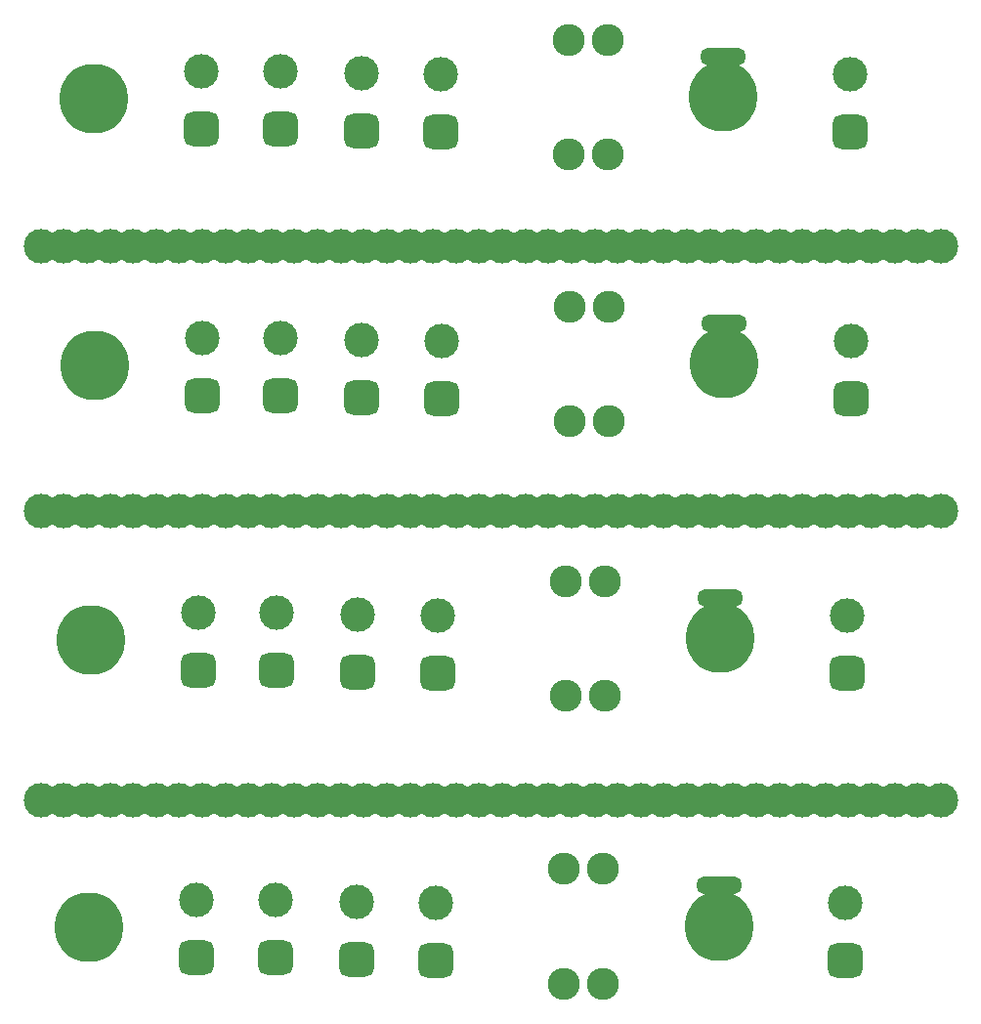
<source format=gbr>
%TF.GenerationSoftware,KiCad,Pcbnew,8.0.6*%
%TF.CreationDate,2024-11-20T17:21:21-05:00*%
%TF.ProjectId,RailsidePDB,5261696c-7369-4646-9550-44422e6b6963,rev?*%
%TF.SameCoordinates,Original*%
%TF.FileFunction,Soldermask,Bot*%
%TF.FilePolarity,Negative*%
%FSLAX46Y46*%
G04 Gerber Fmt 4.6, Leading zero omitted, Abs format (unit mm)*
G04 Created by KiCad (PCBNEW 8.0.6) date 2024-11-20 17:21:21*
%MOMM*%
%LPD*%
G01*
G04 APERTURE LIST*
G04 Aperture macros list*
%AMRoundRect*
0 Rectangle with rounded corners*
0 $1 Rounding radius*
0 $2 $3 $4 $5 $6 $7 $8 $9 X,Y pos of 4 corners*
0 Add a 4 corners polygon primitive as box body*
4,1,4,$2,$3,$4,$5,$6,$7,$8,$9,$2,$3,0*
0 Add four circle primitives for the rounded corners*
1,1,$1+$1,$2,$3*
1,1,$1+$1,$4,$5*
1,1,$1+$1,$6,$7*
1,1,$1+$1,$8,$9*
0 Add four rect primitives between the rounded corners*
20,1,$1+$1,$2,$3,$4,$5,0*
20,1,$1+$1,$4,$5,$6,$7,0*
20,1,$1+$1,$6,$7,$8,$9,0*
20,1,$1+$1,$8,$9,$2,$3,0*%
G04 Aperture macros list end*
%ADD10C,3.000000*%
%ADD11RoundRect,0.750000X0.750000X-0.750000X0.750000X0.750000X-0.750000X0.750000X-0.750000X-0.750000X0*%
%ADD12C,2.780000*%
%ADD13O,6.000000X6.000000*%
%ADD14O,4.000000X1.500000*%
G04 APERTURE END LIST*
D10*
%TO.C,*%
X66000000Y-134000000D03*
%TD*%
%TO.C,*%
X84000000Y-134000000D03*
%TD*%
%TO.C,*%
X74000000Y-134000000D03*
%TD*%
%TO.C,*%
X60000000Y-134000000D03*
%TD*%
%TO.C,*%
X62000000Y-134000000D03*
%TD*%
%TO.C,*%
X94000000Y-134000000D03*
%TD*%
%TO.C,*%
X82000000Y-134000000D03*
%TD*%
%TO.C,*%
X88000000Y-134000000D03*
%TD*%
%TO.C,*%
X68000000Y-134000000D03*
%TD*%
%TO.C,*%
X72000000Y-134000000D03*
%TD*%
%TO.C,*%
X90000000Y-134000000D03*
%TD*%
%TO.C,*%
X96000000Y-134000000D03*
%TD*%
%TO.C,*%
X64000000Y-134000000D03*
%TD*%
%TO.C,*%
X70000000Y-134000000D03*
%TD*%
%TO.C,*%
X80000000Y-134000000D03*
%TD*%
%TO.C,*%
X58000000Y-134000000D03*
%TD*%
%TO.C,*%
X92000000Y-134000000D03*
%TD*%
%TO.C,*%
X122000000Y-134000000D03*
%TD*%
%TO.C,*%
X104000000Y-134000000D03*
%TD*%
%TO.C,*%
X108000000Y-134000000D03*
%TD*%
%TO.C,*%
X116000000Y-134000000D03*
%TD*%
%TO.C,*%
X128000000Y-134000000D03*
%TD*%
%TO.C,*%
X118000000Y-134000000D03*
%TD*%
%TO.C,*%
X102000000Y-134000000D03*
%TD*%
%TO.C,*%
X78000000Y-134000000D03*
%TD*%
%TO.C,*%
X126000000Y-134000000D03*
%TD*%
%TO.C,*%
X120000000Y-134000000D03*
%TD*%
%TO.C,*%
X114000000Y-134000000D03*
%TD*%
%TO.C,*%
X100000000Y-134000000D03*
%TD*%
%TO.C,*%
X86000000Y-134000000D03*
%TD*%
%TO.C,*%
X110000000Y-134000000D03*
%TD*%
%TO.C,*%
X112000000Y-134000000D03*
%TD*%
%TO.C,*%
X56000000Y-134000000D03*
%TD*%
%TO.C,*%
X98000000Y-134000000D03*
%TD*%
%TO.C,*%
X54000000Y-134000000D03*
%TD*%
%TO.C,*%
X106000000Y-134000000D03*
%TD*%
%TO.C,*%
X76000000Y-134000000D03*
%TD*%
%TO.C,*%
X124000000Y-134000000D03*
%TD*%
%TO.C,*%
X130000000Y-134000000D03*
%TD*%
%TO.C,*%
X52000000Y-134000000D03*
%TD*%
%TO.C,*%
X66000000Y-109000000D03*
%TD*%
%TO.C,*%
X84000000Y-109000000D03*
%TD*%
%TO.C,*%
X74000000Y-109000000D03*
%TD*%
%TO.C,*%
X60000000Y-109000000D03*
%TD*%
%TO.C,*%
X62000000Y-109000000D03*
%TD*%
%TO.C,*%
X94000000Y-109000000D03*
%TD*%
%TO.C,*%
X82000000Y-109000000D03*
%TD*%
%TO.C,*%
X88000000Y-109000000D03*
%TD*%
%TO.C,*%
X68000000Y-109000000D03*
%TD*%
%TO.C,*%
X72000000Y-109000000D03*
%TD*%
%TO.C,*%
X90000000Y-109000000D03*
%TD*%
%TO.C,*%
X96000000Y-109000000D03*
%TD*%
%TO.C,*%
X64000000Y-109000000D03*
%TD*%
%TO.C,*%
X70000000Y-109000000D03*
%TD*%
%TO.C,*%
X80000000Y-109000000D03*
%TD*%
%TO.C,*%
X58000000Y-109000000D03*
%TD*%
%TO.C,*%
X92000000Y-109000000D03*
%TD*%
%TO.C,*%
X122000000Y-109000000D03*
%TD*%
%TO.C,*%
X104000000Y-109000000D03*
%TD*%
%TO.C,*%
X108000000Y-109000000D03*
%TD*%
%TO.C,*%
X116000000Y-109000000D03*
%TD*%
%TO.C,*%
X128000000Y-109000000D03*
%TD*%
%TO.C,*%
X118000000Y-109000000D03*
%TD*%
%TO.C,*%
X102000000Y-109000000D03*
%TD*%
%TO.C,*%
X78000000Y-109000000D03*
%TD*%
%TO.C,*%
X126000000Y-109000000D03*
%TD*%
%TO.C,*%
X120000000Y-109000000D03*
%TD*%
%TO.C,*%
X114000000Y-109000000D03*
%TD*%
%TO.C,*%
X100000000Y-109000000D03*
%TD*%
%TO.C,*%
X86000000Y-109000000D03*
%TD*%
%TO.C,*%
X110000000Y-109000000D03*
%TD*%
%TO.C,*%
X112000000Y-109000000D03*
%TD*%
%TO.C,*%
X56000000Y-109000000D03*
%TD*%
%TO.C,*%
X98000000Y-109000000D03*
%TD*%
%TO.C,*%
X54000000Y-109000000D03*
%TD*%
%TO.C,*%
X106000000Y-109000000D03*
%TD*%
%TO.C,*%
X76000000Y-109000000D03*
%TD*%
%TO.C,*%
X124000000Y-109000000D03*
%TD*%
%TO.C,*%
X130000000Y-109000000D03*
%TD*%
%TO.C,*%
X52000000Y-109000000D03*
%TD*%
%TO.C,*%
X52000000Y-86000000D03*
%TD*%
%TO.C,*%
X130000000Y-86000000D03*
%TD*%
%TO.C,*%
X54000000Y-86000000D03*
%TD*%
%TO.C,*%
X56000000Y-86000000D03*
%TD*%
%TO.C,*%
X58000000Y-86000000D03*
%TD*%
%TO.C,*%
X60000000Y-86000000D03*
%TD*%
%TO.C,*%
X62000000Y-86000000D03*
%TD*%
%TO.C,*%
X64000000Y-86000000D03*
%TD*%
%TO.C,*%
X66000000Y-86000000D03*
%TD*%
%TO.C,*%
X68000000Y-86000000D03*
%TD*%
%TO.C,*%
X70000000Y-86000000D03*
%TD*%
%TO.C,*%
X72000000Y-86000000D03*
%TD*%
%TO.C,*%
X74000000Y-86000000D03*
%TD*%
%TO.C,*%
X76000000Y-86000000D03*
%TD*%
%TO.C,*%
X78000000Y-86000000D03*
%TD*%
%TO.C,*%
X80000000Y-86000000D03*
%TD*%
%TO.C,*%
X82000000Y-86000000D03*
%TD*%
%TO.C,*%
X84000000Y-86000000D03*
%TD*%
%TO.C,*%
X86000000Y-86000000D03*
%TD*%
%TO.C,*%
X88000000Y-86000000D03*
%TD*%
%TO.C,*%
X90000000Y-86000000D03*
%TD*%
%TO.C,*%
X92000000Y-86000000D03*
%TD*%
%TO.C,*%
X94000000Y-86000000D03*
%TD*%
%TO.C,*%
X96000000Y-86000000D03*
%TD*%
%TO.C,*%
X98000000Y-86000000D03*
%TD*%
%TO.C,*%
X100000000Y-86000000D03*
%TD*%
%TO.C,*%
X128000000Y-86000000D03*
%TD*%
%TO.C,*%
X126000000Y-86000000D03*
%TD*%
%TO.C,*%
X124000000Y-86000000D03*
%TD*%
%TO.C,*%
X122000000Y-86000000D03*
%TD*%
%TO.C,*%
X120000000Y-86000000D03*
%TD*%
%TO.C,*%
X118000000Y-86000000D03*
%TD*%
%TO.C,*%
X116000000Y-86000000D03*
%TD*%
%TO.C,*%
X114000000Y-86000000D03*
%TD*%
%TO.C,*%
X112000000Y-86000000D03*
%TD*%
%TO.C,*%
X110000000Y-86000000D03*
%TD*%
%TO.C,*%
X108000000Y-86000000D03*
%TD*%
%TO.C,*%
X106000000Y-86000000D03*
%TD*%
%TO.C,*%
X104000000Y-86000000D03*
%TD*%
%TO.C,*%
X102000000Y-86000000D03*
%TD*%
D11*
%TO.C,BT4*%
X121750000Y-147920000D03*
D10*
X121750000Y-142920000D03*
%TD*%
D11*
%TO.C,BT2*%
X79350000Y-147870000D03*
D10*
X79350000Y-142870000D03*
%TD*%
D12*
%TO.C,F1*%
X97350000Y-149920000D03*
X100750000Y-149920000D03*
X97350000Y-140000000D03*
X100750000Y-140000000D03*
%TD*%
D11*
%TO.C,BT1*%
X86250000Y-147920000D03*
D10*
X86250000Y-142920000D03*
%TD*%
D11*
%TO.C,BT5*%
X65525000Y-147695000D03*
D10*
X65525000Y-142695000D03*
%TD*%
D13*
%TO.C,*%
X56190000Y-145060000D03*
%TD*%
%TO.C,*%
X110750000Y-144920000D03*
%TD*%
D11*
%TO.C,BT3*%
X72325000Y-147695000D03*
D10*
X72325000Y-142695000D03*
%TD*%
D14*
%TO.C,SW1*%
X110750000Y-141420000D03*
%TD*%
D11*
%TO.C,BT4*%
X121875000Y-123000000D03*
D10*
X121875000Y-118000000D03*
%TD*%
D11*
%TO.C,BT2*%
X79475000Y-122950000D03*
D10*
X79475000Y-117950000D03*
%TD*%
D12*
%TO.C,F1*%
X97475000Y-125000000D03*
X100875000Y-125000000D03*
X97475000Y-115080000D03*
X100875000Y-115080000D03*
%TD*%
D11*
%TO.C,BT1*%
X86375000Y-123000000D03*
D10*
X86375000Y-118000000D03*
%TD*%
D11*
%TO.C,BT5*%
X65650000Y-122775000D03*
D10*
X65650000Y-117775000D03*
%TD*%
D13*
%TO.C,*%
X56315000Y-120140000D03*
%TD*%
%TO.C,*%
X110875000Y-120000000D03*
%TD*%
D11*
%TO.C,BT3*%
X72450000Y-122775000D03*
D10*
X72450000Y-117775000D03*
%TD*%
D14*
%TO.C,SW1*%
X110875000Y-116500000D03*
%TD*%
D11*
%TO.C,BT4*%
X122225000Y-99225000D03*
D10*
X122225000Y-94225000D03*
%TD*%
D11*
%TO.C,BT2*%
X79825000Y-99175000D03*
D10*
X79825000Y-94175000D03*
%TD*%
D12*
%TO.C,F1*%
X97825000Y-101225000D03*
X101225000Y-101225000D03*
X97825000Y-91305000D03*
X101225000Y-91305000D03*
%TD*%
D11*
%TO.C,BT1*%
X86725000Y-99225000D03*
D10*
X86725000Y-94225000D03*
%TD*%
D11*
%TO.C,BT5*%
X66000000Y-99000000D03*
D10*
X66000000Y-94000000D03*
%TD*%
D13*
%TO.C,*%
X56665000Y-96365000D03*
%TD*%
%TO.C,*%
X111225000Y-96225000D03*
%TD*%
D11*
%TO.C,BT3*%
X72800000Y-99000000D03*
D10*
X72800000Y-94000000D03*
%TD*%
D14*
%TO.C,SW1*%
X111225000Y-92725000D03*
%TD*%
D13*
%TO.C,*%
X56600000Y-73250000D03*
%TD*%
D14*
%TO.C,SW1*%
X111160000Y-69610000D03*
%TD*%
D13*
%TO.C,*%
X111160000Y-73110000D03*
%TD*%
D12*
%TO.C,F1*%
X97760000Y-78110000D03*
X101160000Y-78110000D03*
X97760000Y-68190000D03*
X101160000Y-68190000D03*
%TD*%
D10*
%TO.C,BT5*%
X65935000Y-70885000D03*
D11*
X65935000Y-75885000D03*
%TD*%
D10*
%TO.C,BT4*%
X122160000Y-71110000D03*
D11*
X122160000Y-76110000D03*
%TD*%
D10*
%TO.C,BT3*%
X72735000Y-70885000D03*
D11*
X72735000Y-75885000D03*
%TD*%
D10*
%TO.C,BT2*%
X79760000Y-71060000D03*
D11*
X79760000Y-76060000D03*
%TD*%
D10*
%TO.C,BT1*%
X86660000Y-71110000D03*
D11*
X86660000Y-76110000D03*
%TD*%
M02*

</source>
